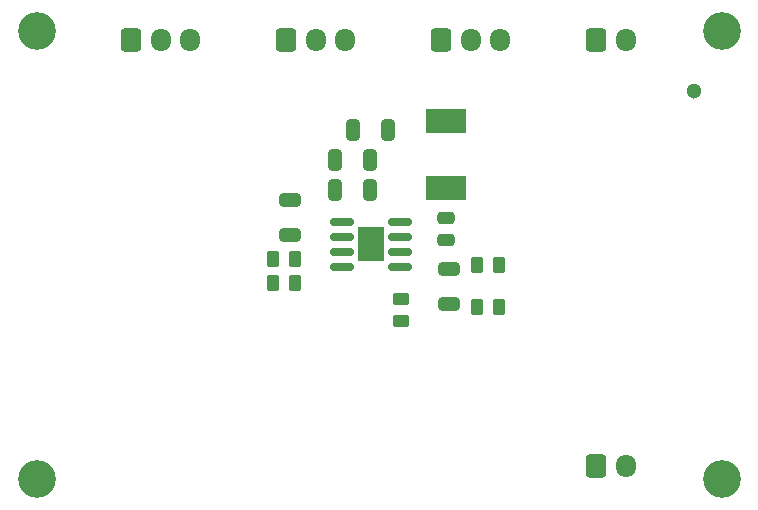
<source format=gbr>
%TF.GenerationSoftware,KiCad,Pcbnew,(6.0.2)*%
%TF.CreationDate,2022-04-08T09:52:01+08:00*%
%TF.ProjectId,NoiseAMP_BAT,4e6f6973-6541-44d5-905f-4241542e6b69,rev?*%
%TF.SameCoordinates,Original*%
%TF.FileFunction,Soldermask,Top*%
%TF.FilePolarity,Negative*%
%FSLAX46Y46*%
G04 Gerber Fmt 4.6, Leading zero omitted, Abs format (unit mm)*
G04 Created by KiCad (PCBNEW (6.0.2)) date 2022-04-08 09:52:01*
%MOMM*%
%LPD*%
G01*
G04 APERTURE LIST*
G04 Aperture macros list*
%AMRoundRect*
0 Rectangle with rounded corners*
0 $1 Rounding radius*
0 $2 $3 $4 $5 $6 $7 $8 $9 X,Y pos of 4 corners*
0 Add a 4 corners polygon primitive as box body*
4,1,4,$2,$3,$4,$5,$6,$7,$8,$9,$2,$3,0*
0 Add four circle primitives for the rounded corners*
1,1,$1+$1,$2,$3*
1,1,$1+$1,$4,$5*
1,1,$1+$1,$6,$7*
1,1,$1+$1,$8,$9*
0 Add four rect primitives between the rounded corners*
20,1,$1+$1,$2,$3,$4,$5,0*
20,1,$1+$1,$4,$5,$6,$7,0*
20,1,$1+$1,$6,$7,$8,$9,0*
20,1,$1+$1,$8,$9,$2,$3,0*%
G04 Aperture macros list end*
%ADD10C,3.200000*%
%ADD11C,1.300000*%
%ADD12RoundRect,0.150000X-0.825000X-0.150000X0.825000X-0.150000X0.825000X0.150000X-0.825000X0.150000X0*%
%ADD13R,2.290000X3.000000*%
%ADD14RoundRect,0.250000X-0.262500X-0.450000X0.262500X-0.450000X0.262500X0.450000X-0.262500X0.450000X0*%
%ADD15RoundRect,0.250000X0.450000X-0.262500X0.450000X0.262500X-0.450000X0.262500X-0.450000X-0.262500X0*%
%ADD16R,3.400000X2.000000*%
%ADD17RoundRect,0.250000X-0.600000X-0.725000X0.600000X-0.725000X0.600000X0.725000X-0.600000X0.725000X0*%
%ADD18O,1.700000X1.950000*%
%ADD19RoundRect,0.250000X-0.650000X0.325000X-0.650000X-0.325000X0.650000X-0.325000X0.650000X0.325000X0*%
%ADD20RoundRect,0.250000X0.650000X-0.325000X0.650000X0.325000X-0.650000X0.325000X-0.650000X-0.325000X0*%
%ADD21RoundRect,0.250000X-0.475000X0.250000X-0.475000X-0.250000X0.475000X-0.250000X0.475000X0.250000X0*%
%ADD22RoundRect,0.250000X0.325000X0.650000X-0.325000X0.650000X-0.325000X-0.650000X0.325000X-0.650000X0*%
G04 APERTURE END LIST*
D10*
%TO.C,H4*%
X100000000Y-87945500D03*
%TD*%
%TO.C,H3*%
X157958100Y-87945500D03*
%TD*%
%TO.C,H2*%
X157958100Y-50000000D03*
%TD*%
%TO.C,H1*%
X100000000Y-50000000D03*
%TD*%
D11*
%TO.C,U2*%
X155604000Y-55110889D03*
%TD*%
D12*
%TO.C,U1*%
X125795000Y-66167000D03*
X125795000Y-67437000D03*
X125795000Y-68707000D03*
X125795000Y-69977000D03*
X130745000Y-69977000D03*
X130745000Y-68707000D03*
X130745000Y-67437000D03*
X130745000Y-66167000D03*
D13*
X128270000Y-68072000D03*
%TD*%
D14*
%TO.C,R5*%
X119991500Y-71374000D03*
X121816500Y-71374000D03*
%TD*%
D15*
%TO.C,R4*%
X130810000Y-74572500D03*
X130810000Y-72747500D03*
%TD*%
D14*
%TO.C,R3*%
X119991500Y-69342000D03*
X121816500Y-69342000D03*
%TD*%
%TO.C,R2*%
X137263500Y-73406000D03*
X139088500Y-73406000D03*
%TD*%
%TO.C,R1*%
X137263500Y-69850000D03*
X139088500Y-69850000D03*
%TD*%
D16*
%TO.C,L1*%
X134620000Y-63302000D03*
X134620000Y-57602000D03*
%TD*%
D17*
%TO.C,J5*%
X121106666Y-50800000D03*
D18*
X123606666Y-50800000D03*
X126106666Y-50800000D03*
%TD*%
D17*
%TO.C,J4*%
X147340000Y-86868000D03*
D18*
X149840000Y-86868000D03*
%TD*%
D17*
%TO.C,J3*%
X107990000Y-50800000D03*
D18*
X110490000Y-50800000D03*
X112990000Y-50800000D03*
%TD*%
D17*
%TO.C,J2*%
X134223332Y-50800000D03*
D18*
X136723332Y-50800000D03*
X139223332Y-50800000D03*
%TD*%
D17*
%TO.C,J1*%
X147340000Y-50800000D03*
D18*
X149840000Y-50800000D03*
%TD*%
D19*
%TO.C,C6*%
X134874000Y-70153000D03*
X134874000Y-73103000D03*
%TD*%
D20*
%TO.C,C5*%
X121412000Y-67261000D03*
X121412000Y-64311000D03*
%TD*%
D21*
%TO.C,C4*%
X134620000Y-65852000D03*
X134620000Y-67752000D03*
%TD*%
D22*
%TO.C,C3*%
X129745000Y-58420000D03*
X126795000Y-58420000D03*
%TD*%
%TO.C,C2*%
X128221000Y-63500000D03*
X125271000Y-63500000D03*
%TD*%
%TO.C,C1*%
X128221000Y-60960000D03*
X125271000Y-60960000D03*
%TD*%
M02*

</source>
